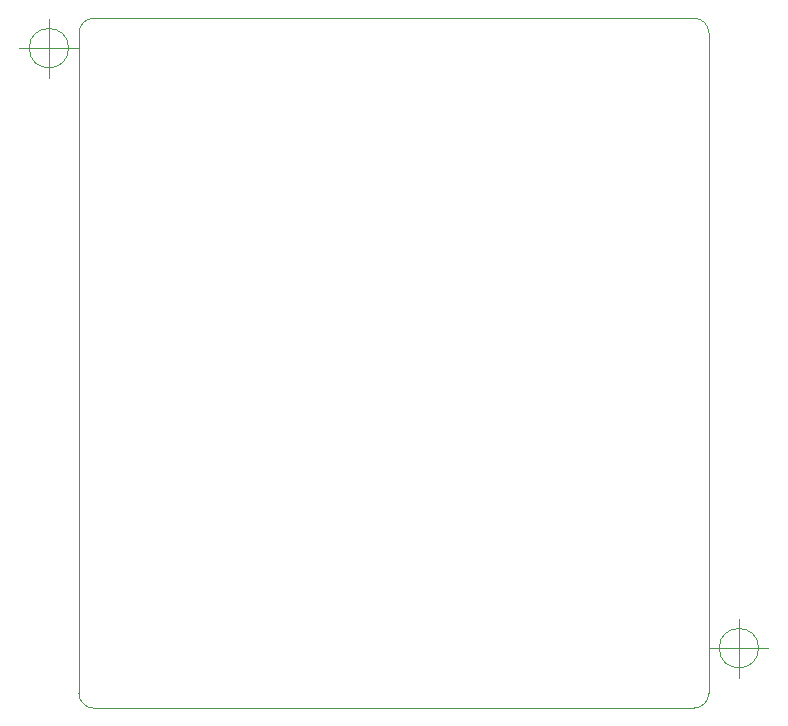
<source format=gm1>
G04 #@! TF.GenerationSoftware,KiCad,Pcbnew,6.0.9-8da3e8f707~116~ubuntu20.04.1*
G04 #@! TF.CreationDate,2022-12-06T17:06:51+01:00*
G04 #@! TF.ProjectId,iqdac,69716461-632e-46b6-9963-61645f706362,rev?*
G04 #@! TF.SameCoordinates,Original*
G04 #@! TF.FileFunction,Profile,NP*
%FSLAX46Y46*%
G04 Gerber Fmt 4.6, Leading zero omitted, Abs format (unit mm)*
G04 Created by KiCad (PCBNEW 6.0.9-8da3e8f707~116~ubuntu20.04.1) date 2022-12-06 17:06:51*
%MOMM*%
%LPD*%
G01*
G04 APERTURE LIST*
G04 #@! TA.AperFunction,Profile*
%ADD10C,0.100000*%
G04 #@! TD*
G04 APERTURE END LIST*
D10*
X134620000Y-107950000D02*
G75*
G03*
X135890000Y-109220000I1270000J0D01*
G01*
X134620000Y-52070000D02*
X134620000Y-107950000D01*
X187960000Y-52070000D02*
G75*
G03*
X186690000Y-50800000I-1270000J0D01*
G01*
X186690000Y-50800000D02*
X135890000Y-50800000D01*
X187960000Y-107950000D02*
X187960000Y-52070000D01*
X135890000Y-109220000D02*
X186690000Y-109220000D01*
X186690000Y-109220000D02*
G75*
G03*
X187960000Y-107950000I0J1270000D01*
G01*
X135890000Y-50800000D02*
G75*
G03*
X134620000Y-52070000I0J-1270000D01*
G01*
X133746666Y-53340000D02*
G75*
G03*
X133746666Y-53340000I-1666666J0D01*
G01*
X129580000Y-53340000D02*
X134580000Y-53340000D01*
X132080000Y-50840000D02*
X132080000Y-55840000D01*
X192166666Y-104140000D02*
G75*
G03*
X192166666Y-104140000I-1666666J0D01*
G01*
X188000000Y-104140000D02*
X193000000Y-104140000D01*
X190500000Y-101640000D02*
X190500000Y-106640000D01*
M02*

</source>
